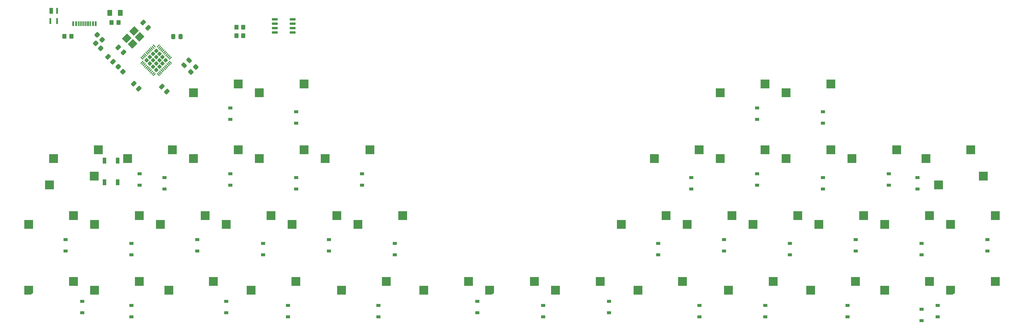
<source format=gbp>
G04 #@! TF.GenerationSoftware,KiCad,Pcbnew,7.0.1-0*
G04 #@! TF.CreationDate,2023-04-15T21:11:59+09:00*
G04 #@! TF.ProjectId,Sandy_Base,53616e64-795f-4426-9173-652e6b696361,v.0*
G04 #@! TF.SameCoordinates,Original*
G04 #@! TF.FileFunction,Paste,Bot*
G04 #@! TF.FilePolarity,Positive*
%FSLAX46Y46*%
G04 Gerber Fmt 4.6, Leading zero omitted, Abs format (unit mm)*
G04 Created by KiCad (PCBNEW 7.0.1-0) date 2023-04-15 21:11:59*
%MOMM*%
%LPD*%
G01*
G04 APERTURE LIST*
G04 Aperture macros list*
%AMRoundRect*
0 Rectangle with rounded corners*
0 $1 Rounding radius*
0 $2 $3 $4 $5 $6 $7 $8 $9 X,Y pos of 4 corners*
0 Add a 4 corners polygon primitive as box body*
4,1,4,$2,$3,$4,$5,$6,$7,$8,$9,$2,$3,0*
0 Add four circle primitives for the rounded corners*
1,1,$1+$1,$2,$3*
1,1,$1+$1,$4,$5*
1,1,$1+$1,$6,$7*
1,1,$1+$1,$8,$9*
0 Add four rect primitives between the rounded corners*
20,1,$1+$1,$2,$3,$4,$5,0*
20,1,$1+$1,$4,$5,$6,$7,0*
20,1,$1+$1,$6,$7,$8,$9,0*
20,1,$1+$1,$8,$9,$2,$3,0*%
%AMRotRect*
0 Rectangle, with rotation*
0 The origin of the aperture is its center*
0 $1 length*
0 $2 width*
0 $3 Rotation angle, in degrees counterclockwise*
0 Add horizontal line*
21,1,$1,$2,0,0,$3*%
%AMFreePoly0*
4,1,20,1.262426,1.232426,1.280000,1.190000,1.280000,-0.800000,1.277330,-0.806445,1.278502,-0.813322,1.268828,-0.826970,1.262426,-0.842426,1.255980,-0.845095,1.251947,-0.850787,0.631947,-1.240788,0.615454,-1.243598,0.600000,-1.250000,-1.220000,-1.250000,-1.262426,-1.232426,-1.280000,-1.190000,-1.280000,1.190000,-1.262426,1.232426,-1.220000,1.250000,1.220000,1.250000,1.262426,1.232426,
1.262426,1.232426,$1*%
G04 Aperture macros list end*
%ADD10R,2.550000X2.500000*%
%ADD11FreePoly0,0.000000*%
%ADD12RoundRect,0.250000X-0.350000X-0.450000X0.350000X-0.450000X0.350000X0.450000X-0.350000X0.450000X0*%
%ADD13RoundRect,0.250000X0.565685X0.070711X0.070711X0.565685X-0.565685X-0.070711X-0.070711X-0.565685X0*%
%ADD14RoundRect,0.250000X0.574524X0.097227X0.097227X0.574524X-0.574524X-0.097227X-0.097227X-0.574524X0*%
%ADD15RoundRect,0.250000X-0.574524X-0.097227X-0.097227X-0.574524X0.574524X0.097227X0.097227X0.574524X0*%
%ADD16RotRect,2.100000X1.800000X225.000000*%
%ADD17RoundRect,0.250000X-0.337500X-0.475000X0.337500X-0.475000X0.337500X0.475000X-0.337500X0.475000X0*%
%ADD18RoundRect,0.250000X0.097227X-0.574524X0.574524X-0.097227X-0.097227X0.574524X-0.574524X0.097227X0*%
%ADD19RoundRect,0.250001X0.462499X0.624999X-0.462499X0.624999X-0.462499X-0.624999X0.462499X-0.624999X0*%
%ADD20RoundRect,0.250000X0.350000X0.450000X-0.350000X0.450000X-0.350000X-0.450000X0.350000X-0.450000X0*%
%ADD21R,1.000000X1.700000*%
%ADD22R,0.600000X1.700000*%
%ADD23RoundRect,0.250000X-0.565685X-0.070711X-0.070711X-0.565685X0.565685X0.070711X0.070711X0.565685X0*%
%ADD24RoundRect,0.250000X0.070711X-0.565685X0.565685X-0.070711X-0.070711X0.565685X-0.565685X0.070711X0*%
%ADD25RoundRect,0.150000X0.725000X0.150000X-0.725000X0.150000X-0.725000X-0.150000X0.725000X-0.150000X0*%
%ADD26R,0.600000X1.450000*%
%ADD27R,0.300000X1.450000*%
%ADD28RoundRect,0.250000X0.000000X-0.388909X0.388909X0.000000X0.000000X0.388909X-0.388909X0.000000X0*%
%ADD29RoundRect,0.062500X-0.291682X-0.380070X0.380070X0.291682X0.291682X0.380070X-0.380070X-0.291682X0*%
%ADD30RoundRect,0.062500X0.291682X-0.380070X0.380070X-0.291682X-0.291682X0.380070X-0.380070X0.291682X0*%
%ADD31R,1.200000X0.900000*%
G04 APERTURE END LIST*
D10*
X228286695Y-81613685D03*
X241213695Y-79073685D03*
X247336775Y-81613685D03*
X260263775Y-79073685D03*
X47310935Y-62563565D03*
X60237935Y-60023565D03*
X94935935Y-81613645D03*
X107862935Y-79073645D03*
X85410935Y-62563565D03*
X98337935Y-60023565D03*
X266387015Y-100663725D03*
X279314015Y-98123725D03*
X85410935Y-43513485D03*
X98337935Y-40973485D03*
X104460935Y-62563565D03*
X117387935Y-60023565D03*
X285437095Y-81613685D03*
X298364095Y-79073685D03*
X218761655Y-43513525D03*
X231688655Y-40973525D03*
X218761655Y-62563605D03*
X231688655Y-60023605D03*
X237811735Y-62563605D03*
X250738735Y-60023605D03*
X18735935Y-81613405D03*
X31662935Y-79073405D03*
X37785975Y-81613765D03*
X50712975Y-79073765D03*
X209236615Y-81613645D03*
X222163615Y-79073645D03*
X190186535Y-81613645D03*
X203113535Y-79073645D03*
X237811735Y-43513525D03*
X250738735Y-40973525D03*
X113985935Y-81613645D03*
X126912935Y-79073645D03*
X66360935Y-43513485D03*
X79287935Y-40973485D03*
X75885935Y-81613645D03*
X88812935Y-79073645D03*
X56835935Y-81613645D03*
X69762935Y-79073645D03*
D11*
X18735975Y-100663765D03*
D10*
X31662975Y-98123765D03*
X83029995Y-100663765D03*
X95956995Y-98123765D03*
X221142225Y-100663765D03*
X234069225Y-98123765D03*
X294844415Y-67643605D03*
X281917415Y-70183605D03*
X256860975Y-62563765D03*
X269787975Y-60023765D03*
X25879755Y-62563605D03*
X38806755Y-60023605D03*
X37668475Y-67643765D03*
X24741475Y-70183765D03*
X37785975Y-100663765D03*
X50712975Y-98123765D03*
X266387015Y-81613685D03*
X279314015Y-79073685D03*
X66360935Y-62563565D03*
X79287935Y-60023565D03*
D11*
X285437095Y-100663765D03*
D10*
X298364095Y-98123765D03*
X59217225Y-100663765D03*
X72144225Y-98123765D03*
X199711575Y-62563565D03*
X212638575Y-60023565D03*
X244954685Y-100663405D03*
X257881685Y-98123405D03*
X133036375Y-100663765D03*
X145963375Y-98123765D03*
X194948435Y-100663405D03*
X207875435Y-98123405D03*
X171135975Y-100663765D03*
X184062975Y-98123765D03*
X278292185Y-62563605D03*
X291219185Y-60023605D03*
X109223435Y-100663405D03*
X122150435Y-98123405D03*
D11*
X152085975Y-100663765D03*
D10*
X165012975Y-98123765D03*
D12*
X29045935Y-27178365D03*
X31045935Y-27178365D03*
D13*
X39953042Y-28185472D03*
X38538828Y-26771258D03*
D14*
X58701433Y-43215153D03*
X57234187Y-41747907D03*
D15*
X41650165Y-33085385D03*
X43117411Y-34552631D03*
D16*
X50773413Y-27331023D03*
X48722803Y-29381633D03*
X47096457Y-27755287D03*
X49147067Y-25704677D03*
D15*
X44629437Y-30381407D03*
X46096683Y-31848653D03*
D17*
X60558435Y-27278405D03*
X62633435Y-27278405D03*
D18*
X63653153Y-35605562D03*
X65120399Y-34138316D03*
D19*
X45167810Y-20431155D03*
X42192810Y-20431155D03*
D20*
X44680310Y-23225155D03*
X42680310Y-23225155D03*
D21*
X25197935Y-19788405D03*
D22*
X26897935Y-19788405D03*
X26897935Y-22788405D03*
X24997935Y-22788405D03*
D21*
X40595975Y-63148765D03*
X40595975Y-69448765D03*
X44395975Y-63148765D03*
X44395975Y-69448765D03*
D23*
X44582044Y-36017264D03*
X45996258Y-37431478D03*
D24*
X65626828Y-37521262D03*
X67041042Y-36107048D03*
D14*
X53240433Y-24704903D03*
X51773187Y-23237657D03*
D25*
X95070935Y-22248405D03*
X95070935Y-23518405D03*
X95070935Y-24788405D03*
X95070935Y-26058405D03*
X89920935Y-26058405D03*
X89920935Y-24788405D03*
X89920935Y-23518405D03*
X89920935Y-22248405D03*
D12*
X78800000Y-27000000D03*
X80800000Y-27000000D03*
X78800000Y-24590405D03*
X80800000Y-24590405D03*
D26*
X31595935Y-23573365D03*
X32395935Y-23573365D03*
D27*
X33595935Y-23573365D03*
X34595935Y-23573365D03*
X35095935Y-23573365D03*
X36095935Y-23573365D03*
D26*
X37295935Y-23573365D03*
X38095935Y-23573365D03*
X38095935Y-23573365D03*
X37295935Y-23573365D03*
D27*
X36595935Y-23573365D03*
X35595935Y-23573365D03*
X34095935Y-23573365D03*
X33095935Y-23573365D03*
D26*
X32395935Y-23573365D03*
X31595935Y-23573365D03*
D15*
X49090312Y-40874782D03*
X50557558Y-42342028D03*
D13*
X39543042Y-30675472D03*
X38128828Y-29261258D03*
D28*
X52828844Y-34147155D03*
X53748082Y-35066394D03*
X54667321Y-35985633D03*
X55586560Y-36904871D03*
X53748082Y-33227916D03*
X54667321Y-34147155D03*
X55586560Y-35066394D03*
X56505799Y-35985633D03*
X54667321Y-32308677D03*
X55586560Y-33227916D03*
X56505799Y-34147155D03*
X57425038Y-35066394D03*
X55586560Y-31389439D03*
X56505799Y-32308677D03*
X57425038Y-33227916D03*
X58344276Y-34147155D03*
D29*
X54994358Y-38274891D03*
X54640805Y-37921337D03*
X54287251Y-37567784D03*
X53933698Y-37214231D03*
X53580145Y-36860677D03*
X53226591Y-36507124D03*
X52873038Y-36153570D03*
X52519484Y-35800017D03*
X52165931Y-35446464D03*
X51812378Y-35092910D03*
X51458824Y-34739357D03*
D30*
X51458824Y-33554953D03*
X51812378Y-33201400D03*
X52165931Y-32847846D03*
X52519484Y-32494293D03*
X52873038Y-32140740D03*
X53226591Y-31787186D03*
X53580145Y-31433633D03*
X53933698Y-31080079D03*
X54287251Y-30726526D03*
X54640805Y-30372973D03*
X54994358Y-30019419D03*
D29*
X56178762Y-30019419D03*
X56532315Y-30372973D03*
X56885869Y-30726526D03*
X57239422Y-31080079D03*
X57592975Y-31433633D03*
X57946529Y-31787186D03*
X58300082Y-32140740D03*
X58653636Y-32494293D03*
X59007189Y-32847846D03*
X59360742Y-33201400D03*
X59714296Y-33554953D03*
D30*
X59714296Y-34739357D03*
X59360742Y-35092910D03*
X59007189Y-35446464D03*
X58653636Y-35800017D03*
X58300082Y-36153570D03*
X57946529Y-36507124D03*
X57592975Y-36860677D03*
X57239422Y-37214231D03*
X56885869Y-37567784D03*
X56532315Y-37921337D03*
X56178762Y-38274891D03*
D31*
X77017810Y-70325280D03*
X77017810Y-67025280D03*
X281700000Y-108425280D03*
X281700000Y-105125280D03*
X96067810Y-71375280D03*
X96067810Y-68075280D03*
X93686559Y-108425280D03*
X93686559Y-105125280D03*
X148455309Y-107234655D03*
X148455309Y-103934655D03*
X86542810Y-90425280D03*
X86542810Y-87125280D03*
X200842810Y-90425280D03*
X200842810Y-87125280D03*
X119880309Y-108425280D03*
X119880309Y-105125280D03*
X257992810Y-89375280D03*
X257992810Y-86075280D03*
X34155309Y-107234655D03*
X34155309Y-103934655D03*
X229417810Y-70325280D03*
X229417810Y-67025280D03*
X238942810Y-90425280D03*
X238942810Y-87125280D03*
X212749059Y-108425280D03*
X212749059Y-105125280D03*
X219892810Y-89375280D03*
X219892810Y-86075280D03*
X277042810Y-109475280D03*
X277042810Y-106175280D03*
X210367810Y-71375280D03*
X210367810Y-68075280D03*
X248467810Y-71375280D03*
X248467810Y-68075280D03*
X186555310Y-107234655D03*
X186555310Y-103934655D03*
X277042810Y-90425280D03*
X277042810Y-87125280D03*
X50824060Y-70325280D03*
X50824060Y-67025280D03*
X229417810Y-51275280D03*
X229417810Y-47975280D03*
X275852185Y-71375280D03*
X275852185Y-68075280D03*
X96067810Y-52325280D03*
X96067810Y-49025280D03*
X29392809Y-89375280D03*
X29392809Y-86075280D03*
X296092810Y-89375280D03*
X296092810Y-86075280D03*
X48442809Y-108425280D03*
X48442809Y-105125280D03*
X67492810Y-89375280D03*
X67492810Y-86075280D03*
X105592810Y-89375280D03*
X105592810Y-86075280D03*
X124642810Y-90425280D03*
X124642810Y-87125280D03*
X255611560Y-108425280D03*
X255611560Y-105125280D03*
X115117810Y-70325280D03*
X115117810Y-67025280D03*
X167505309Y-108425280D03*
X167505309Y-105125280D03*
X75827184Y-107234655D03*
X75827184Y-103934655D03*
X267517810Y-70325280D03*
X267517810Y-67025280D03*
X48442809Y-90425280D03*
X48442809Y-87125280D03*
X77017810Y-51275280D03*
X77017810Y-47975280D03*
X248467810Y-52325280D03*
X248467810Y-49025280D03*
X231799059Y-108425280D03*
X231799059Y-105125280D03*
X57967810Y-71375280D03*
X57967810Y-68075280D03*
M02*

</source>
